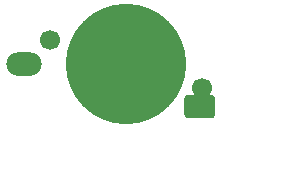
<source format=gbr>
%TF.GenerationSoftware,KiCad,Pcbnew,(5.1.8)-1*%
%TF.CreationDate,2022-12-05T23:25:29-06:00*%
%TF.ProjectId,pcb,7063622e-6b69-4636-9164-5f7063625858,rev?*%
%TF.SameCoordinates,Original*%
%TF.FileFunction,Soldermask,Bot*%
%TF.FilePolarity,Negative*%
%FSLAX46Y46*%
G04 Gerber Fmt 4.6, Leading zero omitted, Abs format (unit mm)*
G04 Created by KiCad (PCBNEW (5.1.8)-1) date 2022-12-05 23:25:29*
%MOMM*%
%LPD*%
G01*
G04 APERTURE LIST*
%ADD10C,1.700000*%
%ADD11C,10.200000*%
%ADD12O,3.000000X2.000000*%
G04 APERTURE END LIST*
D10*
%TO.C,BT1*%
X91225411Y-61470236D03*
X104100589Y-65529764D03*
D11*
X97663000Y-63500000D03*
%TD*%
%TO.C,BZ1*%
G36*
G01*
X102859000Y-66100000D02*
X104859000Y-66100000D01*
G75*
G02*
X105159000Y-66400000I0J-300000D01*
G01*
X105159000Y-67800000D01*
G75*
G02*
X104859000Y-68100000I-300000J0D01*
G01*
X102859000Y-68100000D01*
G75*
G02*
X102559000Y-67800000I0J300000D01*
G01*
X102559000Y-66400000D01*
G75*
G02*
X102859000Y-66100000I300000J0D01*
G01*
G37*
%TD*%
D12*
%TO.C,TP1*%
X89027000Y-63500000D03*
%TD*%
M02*

</source>
